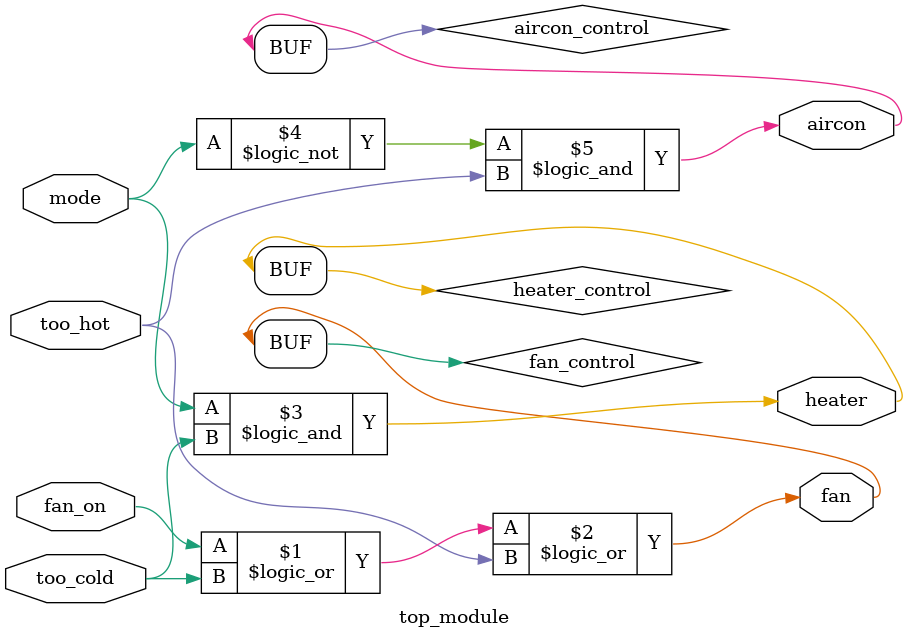
<source format=sv>
module top_module(
	input mode,
	input too_cold, 
	input too_hot,
	input fan_on,
	output heater,
	output aircon,
	output fan
);

// Internal signals
wire fan_control;
wire heater_control;
wire aircon_control;

// Fan control logic
assign fan_control = (fan_on || too_cold || too_hot);

// Heater control logic
assign heater_control = (mode && too_cold);

// Aircon control logic
assign aircon_control = (!mode && too_hot);

// Output signals
assign fan = fan_control;
assign heater = heater_control;
assign aircon = aircon_control;

endmodule

</source>
